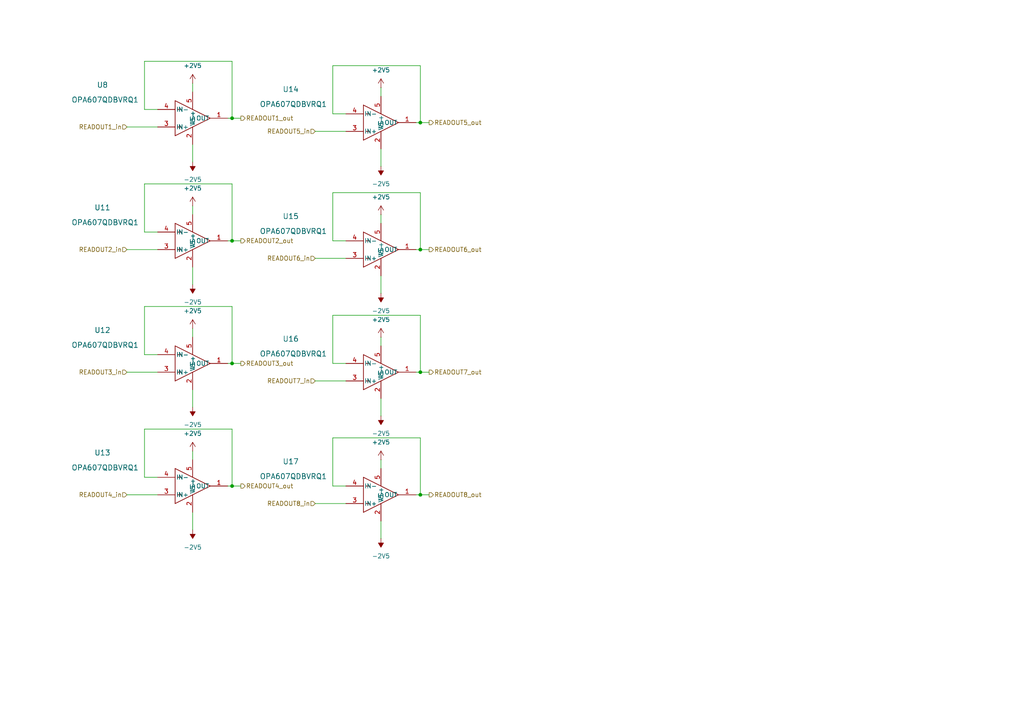
<source format=kicad_sch>
(kicad_sch (version 20231120) (generator "eeschema") (generator_version "8.0")
  (paper "A4")
  (lib_symbols
    (symbol "2024-09-19_16-57-49:OPA607QDBVRQ1" (pin_names (offset 0.254))
      (property "Reference" "U" (at 0 2.54 0))
      (property "Value" "OPA607QDBVRQ1" (at 0 0 0))
      (symbol "OPA607QDBVRQ1_0_1"
        (polyline (pts (xy 5.08 -7.62) (xy 5.08 2.54)) (stroke (width 0.2032)))
        (polyline (pts (xy 5.08 -7.62) (xy 15.24 -2.54)) (stroke (width 0.2032)))
        (polyline (pts (xy 5.08 2.54) (xy 15.24 -2.54)) (stroke (width 0.2032)))
        (polyline (pts (xy 5.842 -5.08) (xy 6.858 -5.08)) (stroke (width 0.2032)))
        (polyline (pts (xy 5.842 0) (xy 6.858 0)) (stroke (width 0.2032)))
        (polyline (pts (xy 6.35 -4.572) (xy 6.35 -5.588)) (stroke (width 0.2032)))
        (pin unspecified line (at 20.32 -2.54 180) (length 5.08) (name "OUT") (number "1"))
        (pin power_in line (at 10.16 -10.16 90) (length 5.08) (name "VS-") (number "2"))
        (pin tri_state line (at 0 -5.08 0) (length 5.08) (name "IN+") (number "3"))
        (pin tri_state line (at 0 0 0) (length 5.08) (name "IN-") (number "4"))
        (pin power_in line (at 10.16 5.08 270) (length 5.08) (name "VS+") (number "5"))
      )
    )
    (symbol "power:+2V5" (power) (pin_numbers hide) (pin_names (offset 0) hide)
      (property "Value" "+2V5" (at 0 3.556 0))
      (symbol "+2V5_0_1"
        (polyline (pts (xy -0.762 1.27) (xy 0 2.54)))
        (polyline (pts (xy 0 0) (xy 0 2.54)))
        (polyline (pts (xy 0 2.54) (xy 0.762 1.27)))
      )
      (symbol "+2V5_1_1"
        (pin power_in line (at 0 0 90) (length 0) (name "~") (number "1"))
      )
    )
    (symbol "power:-2V5" (power) (pin_numbers hide) (pin_names (offset 0) hide)
      (property "Value" "-2V5" (at 0 3.556 0))
      (symbol "-2V5_0_0"
        (pin power_in line (at 0 0 90) (length 0) (name "~") (number "1"))
      )
      (symbol "-2V5_0_1"
        (polyline (pts (xy 0 0) (xy 0 1.27) (xy 0.762 1.27) (xy 0 2.54) (xy -0.762 1.27) (xy 0 1.27)) (fill (type outline)))
      )
    )
  )
  (junction (at 67.31 34.29))
  (junction (at 121.92 72.39))
  (junction (at 67.31 140.97))
  (junction (at 121.92 107.95))
  (junction (at 67.31 69.85))
  (junction (at 121.92 35.56))
  (junction (at 121.92 143.51))
  (junction (at 67.31 105.41))
  (wire (pts (xy 120.65 72.39) (xy 121.92 72.39)))
  (wire (pts (xy 67.31 69.85) (xy 69.85 69.85)))
  (wire (pts (xy 121.92 35.56) (xy 121.92 19.05)))
  (wire (pts (xy 96.52 69.85) (xy 100.33 69.85)))
  (wire (pts (xy 121.92 143.51) (xy 121.92 127)))
  (wire (pts (xy 41.91 138.43) (xy 45.72 138.43)))
  (wire (pts (xy 110.49 151.13) (xy 110.49 156.21)))
  (wire (pts (xy 110.49 97.79) (xy 110.49 100.33)))
  (wire (pts (xy 110.49 80.01) (xy 110.49 85.09)))
  (wire (pts (xy 41.91 124.46) (xy 41.91 138.43)))
  (wire (pts (xy 55.88 24.13) (xy 55.88 26.67)))
  (wire (pts (xy 110.49 43.18) (xy 110.49 48.26)))
  (wire (pts (xy 121.92 72.39) (xy 124.46 72.39)))
  (wire (pts (xy 66.04 34.29) (xy 67.31 34.29)))
  (wire (pts (xy 66.04 69.85) (xy 67.31 69.85)))
  (wire (pts (xy 121.92 107.95) (xy 124.46 107.95)))
  (wire (pts (xy 96.52 33.02) (xy 100.33 33.02)))
  (wire (pts (xy 55.88 41.91) (xy 55.88 46.99)))
  (wire (pts (xy 120.65 35.56) (xy 121.92 35.56)))
  (wire (pts (xy 121.92 107.95) (xy 121.92 91.44)))
  (wire (pts (xy 66.04 105.41) (xy 67.31 105.41)))
  (wire (pts (xy 91.44 146.05) (xy 100.33 146.05)))
  (wire (pts (xy 67.31 105.41) (xy 67.31 88.9)))
  (wire (pts (xy 121.92 91.44) (xy 96.52 91.44)))
  (wire (pts (xy 41.91 67.31) (xy 45.72 67.31)))
  (wire (pts (xy 110.49 115.57) (xy 110.49 120.65)))
  (wire (pts (xy 110.49 62.23) (xy 110.49 64.77)))
  (wire (pts (xy 67.31 34.29) (xy 67.31 17.78)))
  (wire (pts (xy 91.44 74.93) (xy 100.33 74.93)))
  (wire (pts (xy 41.91 102.87) (xy 45.72 102.87)))
  (wire (pts (xy 96.52 55.88) (xy 96.52 69.85)))
  (wire (pts (xy 36.83 36.83) (xy 45.72 36.83)))
  (wire (pts (xy 36.83 107.95) (xy 45.72 107.95)))
  (wire (pts (xy 91.44 110.49) (xy 100.33 110.49)))
  (wire (pts (xy 110.49 133.35) (xy 110.49 135.89)))
  (wire (pts (xy 121.92 72.39) (xy 121.92 55.88)))
  (wire (pts (xy 55.88 148.59) (xy 55.88 153.67)))
  (wire (pts (xy 55.88 113.03) (xy 55.88 118.11)))
  (wire (pts (xy 66.04 140.97) (xy 67.31 140.97)))
  (wire (pts (xy 121.92 143.51) (xy 124.46 143.51)))
  (wire (pts (xy 67.31 140.97) (xy 67.31 124.46)))
  (wire (pts (xy 55.88 95.25) (xy 55.88 97.79)))
  (wire (pts (xy 91.44 38.1) (xy 100.33 38.1)))
  (wire (pts (xy 41.91 17.78) (xy 41.91 31.75)))
  (wire (pts (xy 120.65 107.95) (xy 121.92 107.95)))
  (wire (pts (xy 110.49 25.4) (xy 110.49 27.94)))
  (wire (pts (xy 67.31 124.46) (xy 41.91 124.46)))
  (wire (pts (xy 96.52 19.05) (xy 96.52 33.02)))
  (wire (pts (xy 67.31 69.85) (xy 67.31 53.34)))
  (wire (pts (xy 67.31 34.29) (xy 69.85 34.29)))
  (wire (pts (xy 55.88 130.81) (xy 55.88 133.35)))
  (wire (pts (xy 41.91 31.75) (xy 45.72 31.75)))
  (wire (pts (xy 67.31 53.34) (xy 41.91 53.34)))
  (wire (pts (xy 41.91 53.34) (xy 41.91 67.31)))
  (wire (pts (xy 96.52 140.97) (xy 100.33 140.97)))
  (wire (pts (xy 36.83 143.51) (xy 45.72 143.51)))
  (wire (pts (xy 67.31 88.9) (xy 41.91 88.9)))
  (wire (pts (xy 121.92 35.56) (xy 124.46 35.56)))
  (wire (pts (xy 55.88 77.47) (xy 55.88 82.55)))
  (wire (pts (xy 121.92 55.88) (xy 96.52 55.88)))
  (wire (pts (xy 121.92 127) (xy 96.52 127)))
  (wire (pts (xy 121.92 19.05) (xy 96.52 19.05)))
  (wire (pts (xy 120.65 143.51) (xy 121.92 143.51)))
  (wire (pts (xy 96.52 91.44) (xy 96.52 105.41)))
  (wire (pts (xy 96.52 105.41) (xy 100.33 105.41)))
  (wire (pts (xy 67.31 105.41) (xy 69.85 105.41)))
  (wire (pts (xy 67.31 140.97) (xy 69.85 140.97)))
  (wire (pts (xy 55.88 59.69) (xy 55.88 62.23)))
  (wire (pts (xy 36.83 72.39) (xy 45.72 72.39)))
  (wire (pts (xy 41.91 88.9) (xy 41.91 102.87)))
  (wire (pts (xy 67.31 17.78) (xy 41.91 17.78)))
  (wire (pts (xy 96.52 127) (xy 96.52 140.97)))
  (hierarchical_label "READOUT5_in" (shape input) (at 91.44 38.1 180))
  (hierarchical_label "READOUT3_out" (shape output) (at 69.85 105.41 0))
  (hierarchical_label "READOUT4_out" (shape output) (at 69.85 140.97 0))
  (hierarchical_label "READOUT4_in" (shape input) (at 36.83 143.51 180))
  (hierarchical_label "READOUT8_in" (shape input) (at 91.44 146.05 180))
  (hierarchical_label "READOUT2_out" (shape output) (at 69.85 69.85 0))
  (hierarchical_label "READOUT6_out" (shape output) (at 124.46 72.39 0))
  (hierarchical_label "READOUT8_out" (shape output) (at 124.46 143.51 0))
  (hierarchical_label "READOUT7_out" (shape output) (at 124.46 107.95 0))
  (hierarchical_label "READOUT7_in" (shape input) (at 91.44 110.49 180))
  (hierarchical_label "READOUT1_in" (shape input) (at 36.83 36.83 180))
  (hierarchical_label "READOUT2_in" (shape input) (at 36.83 72.39 180))
  (hierarchical_label "READOUT3_in" (shape input) (at 36.83 107.95 180))
  (hierarchical_label "READOUT5_out" (shape output) (at 124.46 35.56 0))
  (hierarchical_label "READOUT6_in" (shape input) (at 91.44 74.93 180))
  (hierarchical_label "READOUT1_out" (shape output) (at 69.85 34.29 0))
  (symbol (lib_id "2024-09-19_16-57-49:OPA607QDBVRQ1") (at 100.33 140.97 0) (unit 1)
    (property "Reference" "U17" (at 84.328 133.858 0) (effects (font (size 1.524 1.524))))
    (property "Value" "OPA607QDBVRQ1" (at 85.09 138.176 0) (effects (font (size 1.524 1.524))))
    (property "Footprint" "DBV0005A-IPC_A" (effects (hide yes)))
    (property "Datasheet" "OPA607QDBVRQ1" (effects (hide yes)))
  )
  (symbol (lib_id "2024-09-19_16-57-49:OPA607QDBVRQ1") (at 100.33 69.85 0) (unit 1)
    (property "Reference" "U15" (at 84.328 62.738 0) (effects (font (size 1.524 1.524))))
    (property "Value" "OPA607QDBVRQ1" (at 85.09 67.056 0) (effects (font (size 1.524 1.524))))
    (property "Footprint" "DBV0005A-IPC_A" (effects (hide yes)))
    (property "Datasheet" "OPA607QDBVRQ1" (effects (hide yes)))
  )
  (symbol (lib_id "power:-2V5") (at 55.88 46.99 180) (unit 1)
    (property "Reference" "#PWR046" (effects (hide yes)))
    (property "Value" "-2V5" (at 55.88 52.07 0))
    (property "Description" "Power symbol creates a global label with name \"-2V5\"" (effects (hide yes)))
  )
  (symbol (lib_id "2024-09-19_16-57-49:OPA607QDBVRQ1") (at 100.33 105.41 0) (unit 1)
    (property "Reference" "U16" (at 84.328 98.298 0) (effects (font (size 1.524 1.524))))
    (property "Value" "OPA607QDBVRQ1" (at 85.09 102.616 0) (effects (font (size 1.524 1.524))))
    (property "Footprint" "DBV0005A-IPC_A" (effects (hide yes)))
    (property "Datasheet" "OPA607QDBVRQ1" (effects (hide yes)))
  )
  (symbol (lib_id "power:+2V5") (at 110.49 133.35 0) (unit 1)
    (property "Reference" "#PWR064" (effects (hide yes)))
    (property "Value" "+2V5" (at 110.49 128.27 0))
    (property "Description" "Power symbol creates a global label with name \"+2V5\"" (effects (hide yes)))
  )
  (symbol (lib_id "power:-2V5") (at 110.49 120.65 180) (unit 1)
    (property "Reference" "#PWR063" (effects (hide yes)))
    (property "Value" "-2V5" (at 110.49 125.73 0))
    (property "Description" "Power symbol creates a global label with name \"-2V5\"" (effects (hide yes)))
  )
  (symbol (lib_id "power:-2V5") (at 110.49 156.21 180) (unit 1)
    (property "Reference" "#PWR065" (effects (hide yes)))
    (property "Value" "-2V5" (at 110.49 161.29 0))
    (property "Description" "Power symbol creates a global label with name \"-2V5\"" (effects (hide yes)))
  )
  (symbol (lib_id "power:+2V5") (at 55.88 24.13 0) (unit 1)
    (property "Reference" "#PWR042" (effects (hide yes)))
    (property "Value" "+2V5" (at 55.88 19.05 0))
    (property "Description" "Power symbol creates a global label with name \"+2V5\"" (effects (hide yes)))
  )
  (symbol (lib_id "power:-2V5") (at 55.88 153.67 180) (unit 1)
    (property "Reference" "#PWR057" (effects (hide yes)))
    (property "Value" "-2V5" (at 55.88 158.75 0))
    (property "Description" "Power symbol creates a global label with name \"-2V5\"" (effects (hide yes)))
  )
  (symbol (lib_id "power:+2V5") (at 110.49 25.4 0) (unit 1)
    (property "Reference" "#PWR058" (effects (hide yes)))
    (property "Value" "+2V5" (at 110.49 20.32 0))
    (property "Description" "Power symbol creates a global label with name \"+2V5\"" (effects (hide yes)))
  )
  (symbol (lib_id "power:-2V5") (at 110.49 48.26 180) (unit 1)
    (property "Reference" "#PWR059" (effects (hide yes)))
    (property "Value" "-2V5" (at 110.49 53.34 0))
    (property "Description" "Power symbol creates a global label with name \"-2V5\"" (effects (hide yes)))
  )
  (symbol (lib_id "power:-2V5") (at 110.49 85.09 180) (unit 1)
    (property "Reference" "#PWR061" (effects (hide yes)))
    (property "Value" "-2V5" (at 110.49 90.17 0))
    (property "Description" "Power symbol creates a global label with name \"-2V5\"" (effects (hide yes)))
  )
  (symbol (lib_id "2024-09-19_16-57-49:OPA607QDBVRQ1") (at 45.72 31.75 0) (unit 1)
    (property "Reference" "U8" (at 29.718 24.638 0) (effects (font (size 1.524 1.524))))
    (property "Value" "OPA607QDBVRQ1" (at 30.48 28.956 0) (effects (font (size 1.524 1.524))))
    (property "Footprint" "DBV0005A-IPC_A" (effects (hide yes)))
    (property "Datasheet" "OPA607QDBVRQ1" (effects (hide yes)))
  )
  (symbol (lib_id "power:+2V5") (at 55.88 95.25 0) (unit 1)
    (property "Reference" "#PWR054" (effects (hide yes)))
    (property "Value" "+2V5" (at 55.88 90.17 0))
    (property "Description" "Power symbol creates a global label with name \"+2V5\"" (effects (hide yes)))
  )
  (symbol (lib_id "2024-09-19_16-57-49:OPA607QDBVRQ1") (at 45.72 138.43 0) (unit 1)
    (property "Reference" "U13" (at 29.718 131.318 0) (effects (font (size 1.524 1.524))))
    (property "Value" "OPA607QDBVRQ1" (at 30.48 135.636 0) (effects (font (size 1.524 1.524))))
    (property "Footprint" "DBV0005A-IPC_A" (effects (hide yes)))
    (property "Datasheet" "OPA607QDBVRQ1" (effects (hide yes)))
  )
  (symbol (lib_id "power:-2V5") (at 55.88 118.11 180) (unit 1)
    (property "Reference" "#PWR055" (effects (hide yes)))
    (property "Value" "-2V5" (at 55.88 123.19 0))
    (property "Description" "Power symbol creates a global label with name \"-2V5\"" (effects (hide yes)))
  )
  (symbol (lib_id "2024-09-19_16-57-49:OPA607QDBVRQ1") (at 45.72 102.87 0) (unit 1)
    (property "Reference" "U12" (at 29.718 95.758 0) (effects (font (size 1.524 1.524))))
    (property "Value" "OPA607QDBVRQ1" (at 30.48 100.076 0) (effects (font (size 1.524 1.524))))
    (property "Footprint" "DBV0005A-IPC_A" (effects (hide yes)))
    (property "Datasheet" "OPA607QDBVRQ1" (effects (hide yes)))
  )
  (symbol (lib_id "2024-09-19_16-57-49:OPA607QDBVRQ1") (at 45.72 67.31 0) (unit 1)
    (property "Reference" "U11" (at 29.718 60.198 0) (effects (font (size 1.524 1.524))))
    (property "Value" "OPA607QDBVRQ1" (at 30.48 64.516 0) (effects (font (size 1.524 1.524))))
    (property "Footprint" "DBV0005A-IPC_A" (effects (hide yes)))
    (property "Datasheet" "OPA607QDBVRQ1" (effects (hide yes)))
  )
  (symbol (lib_id "power:+2V5") (at 55.88 59.69 0) (unit 1)
    (property "Reference" "#PWR052" (effects (hide yes)))
    (property "Value" "+2V5" (at 55.88 54.61 0))
    (property "Description" "Power symbol creates a global label with name \"+2V5\"" (effects (hide yes)))
  )
  (symbol (lib_id "2024-09-19_16-57-49:OPA607QDBVRQ1") (at 100.33 33.02 0) (unit 1)
    (property "Reference" "U14" (at 84.328 25.908 0) (effects (font (size 1.524 1.524))))
    (property "Value" "OPA607QDBVRQ1" (at 85.09 30.226 0) (effects (font (size 1.524 1.524))))
    (property "Footprint" "DBV0005A-IPC_A" (effects (hide yes)))
    (property "Datasheet" "OPA607QDBVRQ1" (effects (hide yes)))
  )
  (symbol (lib_id "power:+2V5") (at 110.49 97.79 0) (unit 1)
    (property "Reference" "#PWR062" (effects (hide yes)))
    (property "Value" "+2V5" (at 110.49 92.71 0))
    (property "Description" "Power symbol creates a global label with name \"+2V5\"" (effects (hide yes)))
  )
  (symbol (lib_id "power:-2V5") (at 55.88 82.55 180) (unit 1)
    (property "Reference" "#PWR053" (effects (hide yes)))
    (property "Value" "-2V5" (at 55.88 87.63 0))
    (property "Description" "Power symbol creates a global label with name \"-2V5\"" (effects (hide yes)))
  )
  (symbol (lib_id "power:+2V5") (at 55.88 130.81 0) (unit 1)
    (property "Reference" "#PWR056" (effects (hide yes)))
    (property "Value" "+2V5" (at 55.88 125.73 0))
    (property "Description" "Power symbol creates a global label with name \"+2V5\"" (effects (hide yes)))
  )
  (symbol (lib_id "power:+2V5") (at 110.49 62.23 0) (unit 1)
    (property "Reference" "#PWR060" (effects (hide yes)))
    (property "Value" "+2V5" (at 110.49 57.15 0))
    (property "Description" "Power symbol creates a global label with name \"+2V5\"" (effects (hide yes)))
  )
)
</source>
